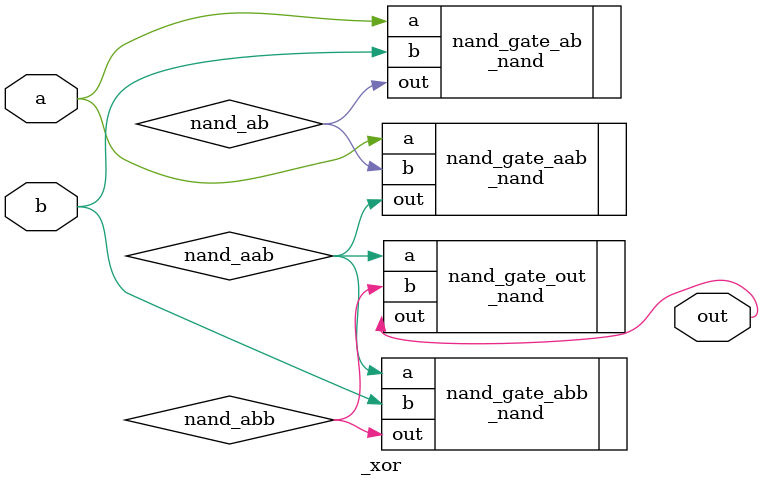
<source format=v>
`default_nettype none

module _xor(
    input wire a,
    input wire b,
    output wire out
);
    wire nand_ab, nand_aab, nand_abb;

    _nand nand_gate_ab(
        .a(a),
        .b(b),
        .out(nand_ab)
    );

    _nand nand_gate_aab(
        .a(a),
        .b(nand_ab),
        .out(nand_aab)
    );

    _nand nand_gate_abb(
        .a(nand_aab),
        .b(b),
        .out(nand_abb)
    );

    _nand nand_gate_out(
        .a(nand_aab),
        .b(nand_abb),
        .out(out)
    );
endmodule

`default_nettype wire

</source>
